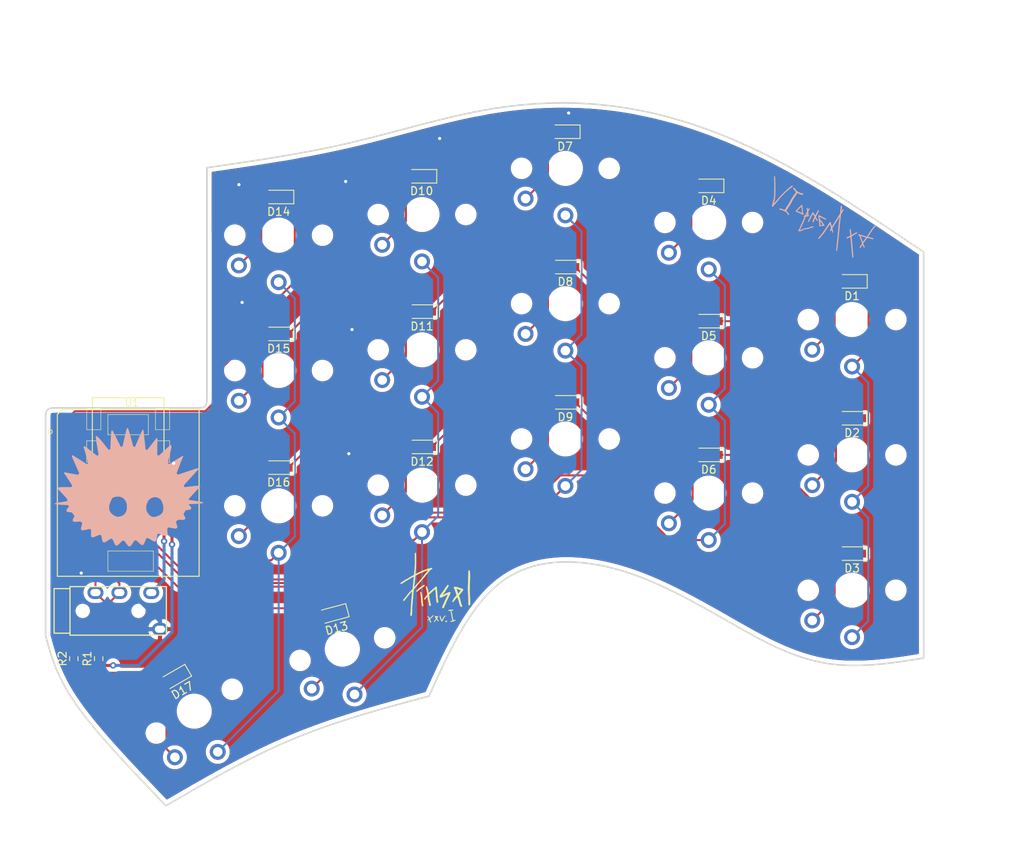
<source format=kicad_pcb>
(kicad_pcb (version 20171130) (host pcbnew 5.1.9)
  (layers (0 F.Cu signal) (31 B.Cu signal) (34 B.Paste user) (35 F.Paste user) (36 B.SilkS user) (37 F.SilkS user) (38 B.Mask user) (39 F.Mask user) (44 Edge.Cuts user))
  (net 0 "")
  (net 1 "Net-(D1-Pad2)")
  (net 2 row0)
  (net 3 "Net-(D2-Pad2)")
  (net 4 row1)
  (net 5 "Net-(D3-Pad2)")
  (net 6 row2)
  (net 7 "Net-(D4-Pad2)")
  (net 8 "Net-(D5-Pad2)")
  (net 9 "Net-(D6-Pad2)")
  (net 10 "Net-(D7-Pad2)")
  (net 11 "Net-(D8-Pad2)")
  (net 12 "Net-(D9-Pad2)")
  (net 13 "Net-(D10-Pad2)")
  (net 14 "Net-(D11-Pad2)")
  (net 15 "Net-(D12-Pad2)")
  (net 16 "Net-(D13-Pad2)")
  (net 17 row3)
  (net 18 "Net-(D14-Pad2)")
  (net 19 "Net-(D15-Pad2)")
  (net 20 "Net-(D16-Pad2)")
  (net 21 "Net-(D17-Pad2)")
  (net 22 sda)
  (net 23 scl)
  (net 24 +5V)
  (net 25 GND)
  (net 26 col0)
  (net 27 col1)
  (net 28 col2)
  (net 29 col3)
  (net 30 col4)
  (net 31 +3V3)
  (net 32 "Net-(U1-Pad20)")
  (net 33 "Net-(U1-Pad19)")
  (net 34 "Net-(U1-Pad18)")
  (net 35 "Net-(U1-Pad17)")
  (net 36 "Net-(U1-Pad16)")
  (net 37 "Net-(U1-Pad15)")
  (module graphics:corro_eyes (layer B.Cu) (at 94.6 107.2 180)
    (fp_text reference G*** hide)
    (fp_text value LOGO hide)
  )
  (module graphics:corro_head (layer B.Cu) (at 94.6 107.2 180)
    (fp_text reference G*** hide)
    (fp_text value LOGO hide)
  )
  (module mbk:Choc-1u-solder (layer F.Cu) (at 167.39 73.95)
    (fp_text reference MX4)
    (fp_text value MX-NoLED hide)
    (pad 1 thru_hole circle (at 0 5.9 180) (size 2 2) (drill 1.2) (layers *.Cu *.Mask) (net 27 col1))
    (pad 2 thru_hole circle (at -5 3.8 41.9) (size 2 2) (drill 1.2) (layers *.Cu *.Mask) (net 7 "Net-(D4-Pad2)"))
    (pad "" np_thru_hole circle (at -5.5 0 180) (size 1.7 1.7) (drill 1.7) (layers *.Cu *.Mask))
    (pad "" np_thru_hole circle (at 5.5 0 180) (size 1.7 1.7) (drill 1.7) (layers *.Cu *.Mask))
    (pad "" np_thru_hole circle (at 0 0 90) (size 3.4 3.4) (drill 3.4) (layers *.Cu *.Mask))
  )
  (module graphics:mangoiv (layer B.Cu) (at 180.8 77.2 240)
    (fp_text reference G*** hide)
    (fp_text value LOGO hide)
  )
  (module graphics:logo (layer F.Cu) (at 138 124.6 270)
    (fp_text reference G*** hide)
    (fp_text value LOGO hide)
  )
  (module "Seeeduino XIAO KICAD:Seeeduino XIAO-MOUDLE14P-2.54-21X17.8MM" (layer F.Cu) (at 85.6 118.4)
    (fp_text reference U1 (at 9.3345 -21.7805 180) (layer F.SilkS) (effects (font (size 0.889 0.889) (thickness 0.1016))))
    (fp_text value SeeeduinoXIAO (at 8.89 -10.795 180) (layer F.SilkS) (effects (font (size 0.6096 0.6096) (thickness 0.0762))))
    (pad 20 smd circle (at 10.238803 -16.264187 90) (size 1.143 1.143) (layers F.Cu F.Paste F.Mask) (net 32 "Net-(U1-Pad20)"))
    (pad 19 smd circle (at 7.698803 -16.264187 90) (size 1.143 1.143) (layers F.Cu F.Paste F.Mask) (net 33 "Net-(U1-Pad19)"))
    (pad 18 smd circle (at 10.238803 -18.804187 90) (size 1.143 1.143) (layers F.Cu F.Paste F.Mask) (net 34 "Net-(U1-Pad18)"))
    (pad 17 smd circle (at 7.698803 -18.804187 90) (size 1.143 1.143) (layers F.Cu F.Paste F.Mask) (net 35 "Net-(U1-Pad17)"))
    (pad 16 smd oval (at 10.25 -1.8 90) (size 2.032 1.016) (layers F.Cu F.Paste F.Mask) (net 36 "Net-(U1-Pad16)"))
    (pad 15 smd oval (at 7.7 -1.8 90) (size 2.032 1.016) (layers F.Cu F.Paste F.Mask) (net 37 "Net-(U1-Pad15)"))
    (pad 1 smd oval (at 0.83312 -18.11782) (size 2.74828 1.99898) (layers F.Cu F.Paste F.Mask) (net 26 col0))
    (pad 2 smd oval (at 0.83312 -15.57782) (size 2.74828 1.99898) (layers F.Cu F.Paste F.Mask) (net 27 col1))
    (pad 3 smd oval (at 0.83312 -13.03782) (size 2.74828 1.99898) (layers F.Cu F.Paste F.Mask) (net 28 col2))
    (pad 4 smd oval (at 0.83312 -10.49782) (size 2.74828 1.99898) (layers F.Cu F.Paste F.Mask) (net 29 col3))
    (pad 5 smd oval (at 0.83312 -7.95782) (size 2.74828 1.99898) (layers F.Cu F.Paste F.Mask) (net 22 sda))
    (pad 6 smd oval (at 0.83312 -5.41782) (size 2.74828 1.99898) (layers F.Cu F.Paste F.Mask) (net 23 scl))
    (pad 7 smd oval (at 0.83312 -2.87782) (size 2.74828 1.99898) (layers F.Cu F.Paste F.Mask) (net 17 row3))
    (pad 8 smd oval (at 16.99768 -2.87782) (size 2.74828 1.99898) (layers F.Cu F.Paste F.Mask) (net 30 col4))
    (pad 9 smd oval (at 16.99768 -5.41782) (size 2.74828 1.99898) (layers F.Cu F.Paste F.Mask) (net 6 row2))
    (pad 10 smd oval (at 16.99768 -7.95782) (size 2.74828 1.99898) (layers F.Cu F.Paste F.Mask) (net 4 row1))
    (pad 11 smd oval (at 16.99768 -10.49782) (size 2.74828 1.99898) (layers F.Cu F.Paste F.Mask) (net 2 row0))
    (pad 12 smd oval (at 16.99768 -13.03782) (size 2.74828 1.99898) (layers F.Cu F.Paste F.Mask) (net 31 +3V3))
    (pad 13 smd oval (at 16.99768 -15.57782) (size 2.74828 1.99898) (layers F.Cu F.Paste F.Mask) (net 25 GND))
    (pad 14 smd oval (at 16.99768 -18.11782) (size 2.74828 1.99898) (layers F.Cu F.Paste F.Mask) (net 24 +5V))
  )
  (module Resistor_SMD:R_0603_1608Metric_Pad0.98x0.95mm_HandSolder (layer F.Cu) (at 87.67 128.75 90)
    (fp_text reference R2 (at 0 -1.43 90) (layer F.SilkS))
    (fp_text value 4.7k)
    (pad 2 smd roundrect (at 0.9125 0 90) (size 0.975 0.95) (layers F.Cu F.Paste F.Mask) (net 23 scl))
    (pad 1 smd roundrect (at -0.9125 0 90) (size 0.975 0.95) (layers F.Cu F.Paste F.Mask) (net 31 +3V3))
  )
  (module Resistor_SMD:R_0603_1608Metric_Pad0.98x0.95mm_HandSolder (layer F.Cu) (at 90.79 128.75 90)
    (fp_text reference R1 (at 0 -1.43 90) (layer F.SilkS))
    (fp_text value 4.7k)
    (pad 2 smd roundrect (at 0.9125 0 90) (size 0.975 0.95) (layers F.Cu F.Paste F.Mask) (net 22 sda))
    (pad 1 smd roundrect (at -0.9125 0 90) (size 0.975 0.95) (layers F.Cu F.Paste F.Mask) (net 31 +3V3))
  )
  (module mbk:Choc-1u-solder (layer F.Cu) (at 102.79 135.35 30)
    (fp_text reference MX17)
    (fp_text value MX-NoLED hide)
    (pad 1 thru_hole circle (at 0 5.9 210) (size 2 2) (drill 1.2) (layers *.Cu *.Mask) (net 30 col4))
    (pad 2 thru_hole circle (at -5 3.8 71.9) (size 2 2) (drill 1.2) (layers *.Cu *.Mask) (net 21 "Net-(D17-Pad2)"))
    (pad "" np_thru_hole circle (at -5.5 0 210) (size 1.7 1.7) (drill 1.7) (layers *.Cu *.Mask))
    (pad "" np_thru_hole circle (at 5.5 0 210) (size 1.7 1.7) (drill 1.7) (layers *.Cu *.Mask))
    (pad "" np_thru_hole circle (at 0 0 120) (size 3.4 3.4) (drill 3.4) (layers *.Cu *.Mask))
  )
  (module mbk:Choc-1u-solder (layer F.Cu) (at 113.39 109.55)
    (fp_text reference MX16)
    (fp_text value MX-NoLED hide)
    (pad 1 thru_hole circle (at 0 5.9 180) (size 2 2) (drill 1.2) (layers *.Cu *.Mask) (net 30 col4))
    (pad 2 thru_hole circle (at -5 3.8 41.9) (size 2 2) (drill 1.2) (layers *.Cu *.Mask) (net 20 "Net-(D16-Pad2)"))
    (pad "" np_thru_hole circle (at -5.5 0 180) (size 1.7 1.7) (drill 1.7) (layers *.Cu *.Mask))
    (pad "" np_thru_hole circle (at 5.5 0 180) (size 1.7 1.7) (drill 1.7) (layers *.Cu *.Mask))
    (pad "" np_thru_hole circle (at 0 0 90) (size 3.4 3.4) (drill 3.4) (layers *.Cu *.Mask))
  )
  (module mbk:Choc-1u-solder (layer F.Cu) (at 113.39 92.55)
    (fp_text reference MX15)
    (fp_text value MX-NoLED hide)
    (pad 1 thru_hole circle (at 0 5.9 180) (size 2 2) (drill 1.2) (layers *.Cu *.Mask) (net 30 col4))
    (pad 2 thru_hole circle (at -5 3.8 41.9) (size 2 2) (drill 1.2) (layers *.Cu *.Mask) (net 19 "Net-(D15-Pad2)"))
    (pad "" np_thru_hole circle (at -5.5 0 180) (size 1.7 1.7) (drill 1.7) (layers *.Cu *.Mask))
    (pad "" np_thru_hole circle (at 5.5 0 180) (size 1.7 1.7) (drill 1.7) (layers *.Cu *.Mask))
    (pad "" np_thru_hole circle (at 0 0 90) (size 3.4 3.4) (drill 3.4) (layers *.Cu *.Mask))
  )
  (module mbk:Choc-1u-solder (layer F.Cu) (at 113.39 75.55)
    (fp_text reference MX14)
    (fp_text value MX-NoLED hide)
    (pad 1 thru_hole circle (at 0 5.9 180) (size 2 2) (drill 1.2) (layers *.Cu *.Mask) (net 30 col4))
    (pad 2 thru_hole circle (at -5 3.8 41.9) (size 2 2) (drill 1.2) (layers *.Cu *.Mask) (net 18 "Net-(D14-Pad2)"))
    (pad "" np_thru_hole circle (at -5.5 0 180) (size 1.7 1.7) (drill 1.7) (layers *.Cu *.Mask))
    (pad "" np_thru_hole circle (at 5.5 0 180) (size 1.7 1.7) (drill 1.7) (layers *.Cu *.Mask))
    (pad "" np_thru_hole circle (at 0 0 90) (size 3.4 3.4) (drill 3.4) (layers *.Cu *.Mask))
  )
  (module mbk:Choc-1u-solder (layer F.Cu) (at 121.39 127.55 15)
    (fp_text reference MX13)
    (fp_text value MX-NoLED hide)
    (pad 1 thru_hole circle (at 0 5.9 195) (size 2 2) (drill 1.2) (layers *.Cu *.Mask) (net 29 col3))
    (pad 2 thru_hole circle (at -5 3.8 56.9) (size 2 2) (drill 1.2) (layers *.Cu *.Mask) (net 16 "Net-(D13-Pad2)"))
    (pad "" np_thru_hole circle (at -5.5 0 195) (size 1.7 1.7) (drill 1.7) (layers *.Cu *.Mask))
    (pad "" np_thru_hole circle (at 5.5 0 195) (size 1.7 1.7) (drill 1.7) (layers *.Cu *.Mask))
    (pad "" np_thru_hole circle (at 0 0 105) (size 3.4 3.4) (drill 3.4) (layers *.Cu *.Mask))
  )
  (module mbk:Choc-1u-solder (layer F.Cu) (at 131.39 106.95)
    (fp_text reference MX12)
    (fp_text value MX-NoLED hide)
    (pad 1 thru_hole circle (at 0 5.9 180) (size 2 2) (drill 1.2) (layers *.Cu *.Mask) (net 29 col3))
    (pad 2 thru_hole circle (at -5 3.8 41.9) (size 2 2) (drill 1.2) (layers *.Cu *.Mask) (net 15 "Net-(D12-Pad2)"))
    (pad "" np_thru_hole circle (at -5.5 0 180) (size 1.7 1.7) (drill 1.7) (layers *.Cu *.Mask))
    (pad "" np_thru_hole circle (at 5.5 0 180) (size 1.7 1.7) (drill 1.7) (layers *.Cu *.Mask))
    (pad "" np_thru_hole circle (at 0 0 90) (size 3.4 3.4) (drill 3.4) (layers *.Cu *.Mask))
  )
  (module mbk:Choc-1u-solder (layer F.Cu) (at 131.39 89.95)
    (fp_text reference MX11)
    (fp_text value MX-NoLED hide)
    (pad 1 thru_hole circle (at 0 5.9 180) (size 2 2) (drill 1.2) (layers *.Cu *.Mask) (net 29 col3))
    (pad 2 thru_hole circle (at -5 3.8 41.9) (size 2 2) (drill 1.2) (layers *.Cu *.Mask) (net 14 "Net-(D11-Pad2)"))
    (pad "" np_thru_hole circle (at -5.5 0 180) (size 1.7 1.7) (drill 1.7) (layers *.Cu *.Mask))
    (pad "" np_thru_hole circle (at 5.5 0 180) (size 1.7 1.7) (drill 1.7) (layers *.Cu *.Mask))
    (pad "" np_thru_hole circle (at 0 0 90) (size 3.4 3.4) (drill 3.4) (layers *.Cu *.Mask))
  )
  (module mbk:Choc-1u-solder (layer F.Cu) (at 131.39 72.95)
    (fp_text reference MX10)
    (fp_text value MX-NoLED hide)
    (pad 1 thru_hole circle (at 0 5.9 180) (size 2 2) (drill 1.2) (layers *.Cu *.Mask) (net 29 col3))
    (pad 2 thru_hole circle (at -5 3.8 41.9) (size 2 2) (drill 1.2) (layers *.Cu *.Mask) (net 13 "Net-(D10-Pad2)"))
    (pad "" np_thru_hole circle (at -5.5 0 180) (size 1.7 1.7) (drill 1.7) (layers *.Cu *.Mask))
    (pad "" np_thru_hole circle (at 5.5 0 180) (size 1.7 1.7) (drill 1.7) (layers *.Cu *.Mask))
    (pad "" np_thru_hole circle (at 0 0 90) (size 3.4 3.4) (drill 3.4) (layers *.Cu *.Mask))
  )
  (module mbk:Choc-1u-solder (layer F.Cu) (at 149.39 101.15)
    (fp_text reference MX9)
    (fp_text value MX-NoLED hide)
    (pad 1 thru_hole circle (at 0 5.9 180) (size 2 2) (drill 1.2) (layers *.Cu *.Mask) (net 28 col2))
    (pad 2 thru_hole circle (at -5 3.8 41.9) (size 2 2) (drill 1.2) (layers *.Cu *.Mask) (net 12 "Net-(D9-Pad2)"))
    (pad "" np_thru_hole circle (at -5.5 0 180) (size 1.7 1.7) (drill 1.7) (layers *.Cu *.Mask))
    (pad "" np_thru_hole circle (at 5.5 0 180) (size 1.7 1.7) (drill 1.7) (layers *.Cu *.Mask))
    (pad "" np_thru_hole circle (at 0 0 90) (size 3.4 3.4) (drill 3.4) (layers *.Cu *.Mask))
  )
  (module mbk:Choc-1u-solder (layer F.Cu) (at 149.39 84.15)
    (fp_text reference MX8)
    (fp_text value MX-NoLED hide)
    (pad 1 thru_hole circle (at 0 5.9 180) (size 2 2) (drill 1.2) (layers *.Cu *.Mask) (net 28 col2))
    (pad 2 thru_hole circle (at -5 3.8 41.9) (size 2 2) (drill 1.2) (layers *.Cu *.Mask) (net 11 "Net-(D8-Pad2)"))
    (pad "" np_thru_hole circle (at -5.5 0 180) (size 1.7 1.7) (drill 1.7) (layers *.Cu *.Mask))
    (pad "" np_thru_hole circle (at 5.5 0 180) (size 1.7 1.7) (drill 1.7) (layers *.Cu *.Mask))
    (pad "" np_thru_hole circle (at 0 0 90) (size 3.4 3.4) (drill 3.4) (layers *.Cu *.Mask))
  )
  (module mbk:Choc-1u-solder (layer F.Cu) (at 149.39 67.15)
    (fp_text reference MX7)
    (fp_text value MX-NoLED hide)
    (pad 1 thru_hole circle (at 0 5.9 180) (size 2 2) (drill 1.2) (layers *.Cu *.Mask) (net 28 col2))
    (pad 2 thru_hole circle (at -5 3.8 41.9) (size 2 2) (drill 1.2) (layers *.Cu *.Mask) (net 10 "Net-(D7-Pad2)"))
    (pad "" np_thru_hole circle (at -5.5 0 180) (size 1.7 1.7) (drill 1.7) (layers *.Cu *.Mask))
    (pad "" np_thru_hole circle (at 5.5 0 180) (size 1.7 1.7) (drill 1.7) (layers *.Cu *.Mask))
    (pad "" np_thru_hole circle (at 0 0 90) (size 3.4 3.4) (drill 3.4) (layers *.Cu *.Mask))
  )
  (module mbk:Choc-1u-solder (layer F.Cu) (at 167.39 107.95)
    (fp_text reference MX6)
    (fp_text value MX-NoLED hide)
    (pad 1 thru_hole circle (at 0 5.9 180) (size 2 2) (drill 1.2) (layers *.Cu *.Mask) (net 27 col1))
    (pad 2 thru_hole circle (at -5 3.8 41.9) (size 2 2) (drill 1.2) (layers *.Cu *.Mask) (net 9 "Net-(D6-Pad2)"))
    (pad "" np_thru_hole circle (at -5.5 0 180) (size 1.7 1.7) (drill 1.7) (layers *.Cu *.Mask))
    (pad "" np_thru_hole circle (at 5.5 0 180) (size 1.7 1.7) (drill 1.7) (layers *.Cu *.Mask))
    (pad "" np_thru_hole circle (at 0 0 90) (size 3.4 3.4) (drill 3.4) (layers *.Cu *.Mask))
  )
  (module mbk:Choc-1u-solder (layer F.Cu) (at 167.39 90.95)
    (fp_text reference MX5)
    (fp_text value MX-NoLED hide)
    (pad 1 thru_hole circle (at 0 5.9 180) (size 2 2) (drill 1.2) (layers *.Cu *.Mask) (net 27 col1))
    (pad 2 thru_hole circle (at -5 3.8 41.9) (size 2 2) (drill 1.2) (layers *.Cu *.Mask) (net 8 "Net-(D5-Pad2)"))
    (pad "" np_thru_hole circle (at -5.5 0 180) (size 1.7 1.7) (drill 1.7) (layers *.Cu *.Mask))
    (pad "" np_thru_hole circle (at 5.5 0 180) (size 1.7 1.7) (drill 1.7) (layers *.Cu *.Mask))
    (pad "" np_thru_hole circle (at 0 0 90) (size 3.4 3.4) (drill 3.4) (layers *.Cu *.Mask))
  )
  (module mbk:Choc-1u-solder (layer F.Cu) (at 185.39 120.15)
    (fp_text reference MX3)
    (fp_text value MX-NoLED hide)
    (pad 1 thru_hole circle (at 0 5.9 180) (size 2 2) (drill 1.2) (layers *.Cu *.Mask) (net 26 col0))
    (pad 2 thru_hole circle (at -5 3.8 41.9) (size 2 2) (drill 1.2) (layers *.Cu *.Mask) (net 5 "Net-(D3-Pad2)"))
    (pad "" np_thru_hole circle (at -5.5 0 180) (size 1.7 1.7) (drill 1.7) (layers *.Cu *.Mask))
    (pad "" np_thru_hole circle (at 5.5 0 180) (size 1.7 1.7) (drill 1.7) (layers *.Cu *.Mask))
    (pad "" np_thru_hole circle (at 0 0 90) (size 3.4 3.4) (drill 3.4) (layers *.Cu *.Mask))
  )
  (module mbk:Choc-1u-solder (layer F.Cu) (at 185.39 103.15)
    (fp_text reference MX2)
    (fp_text value MX-NoLED hide)
    (pad 1 thru_hole circle (at 0 5.9 180) (size 2 2) (drill 1.2) (layers *.Cu *.Mask) (net 26 col0))
    (pad 2 thru_hole circle (at -5 3.8 41.9) (size 2 2) (drill 1.2) (layers *.Cu *.Mask) (net 3 "Net-(D2-Pad2)"))
    (pad "" np_thru_hole circle (at -5.5 0 180) (size 1.7 1.7) (drill 1.7) (layers *.Cu *.Mask))
    (pad "" np_thru_hole circle (at 5.5 0 180) (size 1.7 1.7) (drill 1.7) (layers *.Cu *.Mask))
    (pad "" np_thru_hole circle (at 0 0 90) (size 3.4 3.4) (drill 3.4) (layers *.Cu *.Mask))
  )
  (module mbk:Choc-1u-solder (layer F.Cu) (at 185.39 86.15)
    (fp_text reference MX1)
    (fp_text value MX-NoLED hide)
    (pad 1 thru_hole circle (at 0 5.9 180) (size 2 2) (drill 1.2) (layers *.Cu *.Mask) (net 26 col0))
    (pad 2 thru_hole circle (at -5 3.8 41.9) (size 2 2) (drill 1.2) (layers *.Cu *.Mask) (net 1 "Net-(D1-Pad2)"))
    (pad "" np_thru_hole circle (at -5.5 0 180) (size 1.7 1.7) (drill 1.7) (layers *.Cu *.Mask))
    (pad "" np_thru_hole circle (at 5.5 0 180) (size 1.7 1.7) (drill 1.7) (layers *.Cu *.Mask))
    (pad "" np_thru_hole circle (at 0 0 90) (size 3.4 3.4) (drill 3.4) (layers *.Cu *.Mask))
  )
  (module Keebio-Parts:TRRS-PJ-320A (layer F.Cu) (at 87.19 122.75 90)
    (fp_text reference J1)
    (fp_text value Conn_01x04)
    (pad 3 thru_hole oval (at 2.3 6.2 90) (size 1.6 2) (drill oval 0.9 1.3) (layers *.Cu *.Mask) (net 22 sda))
    (pad "" np_thru_hole circle (at 0 1.6 90) (size 0.8 0.8) (drill 0.8) (layers *.Cu *.Mask))
    (pad "" np_thru_hole circle (at 0 8.6 90) (size 0.8 0.8) (drill 0.8) (layers *.Cu *.Mask))
    (pad 4 thru_hole oval (at 2.3 3.2 90) (size 1.6 2) (drill oval 0.9 1.3) (layers *.Cu *.Mask) (net 23 scl))
    (pad 2 thru_hole oval (at 2.3 10.2 90) (size 1.6 2) (drill oval 0.9 1.3) (layers *.Cu *.Mask) (net 24 +5V))
    (pad 1 thru_hole oval (at -2.3 11.3 90) (size 1.6 2) (drill oval 0.9 1.3) (layers *.Cu *.Mask) (net 25 GND))
  )
  (module Diode_SMD:D_SOD-323_HandSoldering (layer F.Cu) (at 100.39 131.15 210)
    (fp_text reference D17 (at 0 -1.85 30) (layer F.SilkS))
    (fp_text value D_Small)
    (pad 2 smd rect (at 1.25 0 210) (size 1 1) (layers F.Cu F.Paste F.Mask) (net 21 "Net-(D17-Pad2)"))
    (pad 1 smd rect (at -1.25 0 210) (size 1 1) (layers F.Cu F.Paste F.Mask) (net 17 row3))
  )
  (module Diode_SMD:D_SOD-323_HandSoldering (layer F.Cu) (at 113.39 104.75 180)
    (fp_text reference D16 (at 0 -1.85) (layer F.SilkS))
    (fp_text value D_Small)
    (pad 2 smd rect (at 1.25 0 180) (size 1 1) (layers F.Cu F.Paste F.Mask) (net 20 "Net-(D16-Pad2)"))
    (pad 1 smd rect (at -1.25 0 180) (size 1 1) (layers F.Cu F.Paste F.Mask) (net 6 row2))
  )
  (module Diode_SMD:D_SOD-323_HandSoldering (layer F.Cu) (at 113.39 87.95 180)
    (fp_text reference D15 (at 0 -1.85) (layer F.SilkS))
    (fp_text value D_Small)
    (pad 2 smd rect (at 1.25 0 180) (size 1 1) (layers F.Cu F.Paste F.Mask) (net 19 "Net-(D15-Pad2)"))
    (pad 1 smd rect (at -1.25 0 180) (size 1 1) (layers F.Cu F.Paste F.Mask) (net 4 row1))
  )
  (module Diode_SMD:D_SOD-323_HandSoldering (layer F.Cu) (at 113.39 70.75 180)
    (fp_text reference D14 (at 0 -1.85) (layer F.SilkS))
    (fp_text value D_Small)
    (pad 2 smd rect (at 1.25 0 180) (size 1 1) (layers F.Cu F.Paste F.Mask) (net 18 "Net-(D14-Pad2)"))
    (pad 1 smd rect (at -1.25 0 180) (size 1 1) (layers F.Cu F.Paste F.Mask) (net 2 row0))
  )
  (module Diode_SMD:D_SOD-323_HandSoldering (layer F.Cu) (at 120.19 123.15 195)
    (fp_text reference D13 (at 0 -1.85 15) (layer F.SilkS))
    (fp_text value D_Small)
    (pad 2 smd rect (at 1.25 0 195) (size 1 1) (layers F.Cu F.Paste F.Mask) (net 16 "Net-(D13-Pad2)"))
    (pad 1 smd rect (at -1.25 0 195) (size 1 1) (layers F.Cu F.Paste F.Mask) (net 17 row3))
  )
  (module Diode_SMD:D_SOD-323_HandSoldering (layer F.Cu) (at 131.39 102.15 180)
    (fp_text reference D12 (at 0 -1.85) (layer F.SilkS))
    (fp_text value D_Small)
    (pad 2 smd rect (at 1.25 0 180) (size 1 1) (layers F.Cu F.Paste F.Mask) (net 15 "Net-(D12-Pad2)"))
    (pad 1 smd rect (at -1.25 0 180) (size 1 1) (layers F.Cu F.Paste F.Mask) (net 6 row2))
  )
  (module Diode_SMD:D_SOD-323_HandSoldering (layer F.Cu) (at 131.39 85.15 180)
    (fp_text reference D11 (at 0 -1.85) (layer F.SilkS))
    (fp_text value D_Small)
    (pad 2 smd rect (at 1.25 0 180) (size 1 1) (layers F.Cu F.Paste F.Mask) (net 14 "Net-(D11-Pad2)"))
    (pad 1 smd rect (at -1.25 0 180) (size 1 1) (layers F.Cu F.Paste F.Mask) (net 4 row1))
  )
  (module Diode_SMD:D_SOD-323_HandSoldering (layer F.Cu) (at 131.34 68.15 180)
    (fp_text reference D10 (at 0 -1.85) (layer F.SilkS))
    (fp_text value D_Small)
    (pad 2 smd rect (at 1.25 0 180) (size 1 1) (layers F.Cu F.Paste F.Mask) (net 13 "Net-(D10-Pad2)"))
    (pad 1 smd rect (at -1.25 0 180) (size 1 1) (layers F.Cu F.Paste F.Mask) (net 2 row0))
  )
  (module Diode_SMD:D_SOD-323_HandSoldering (layer F.Cu) (at 149.39 96.55 180)
    (fp_text reference D9 (at 0 -1.85) (layer F.SilkS))
    (fp_text value D_Small)
    (pad 2 smd rect (at 1.25 0 180) (size 1 1) (layers F.Cu F.Paste F.Mask) (net 12 "Net-(D9-Pad2)"))
    (pad 1 smd rect (at -1.25 0 180) (size 1 1) (layers F.Cu F.Paste F.Mask) (net 6 row2))
  )
  (module Diode_SMD:D_SOD-323_HandSoldering (layer F.Cu) (at 149.39 79.55 180)
    (fp_text reference D8 (at 0 -1.85) (layer F.SilkS))
    (fp_text value D_Small)
    (pad 2 smd rect (at 1.25 0 180) (size 1 1) (layers F.Cu F.Paste F.Mask) (net 11 "Net-(D8-Pad2)"))
    (pad 1 smd rect (at -1.25 0 180) (size 1 1) (layers F.Cu F.Paste F.Mask) (net 4 row1))
  )
  (module Diode_SMD:D_SOD-323_HandSoldering (layer F.Cu) (at 149.34 62.55 180)
    (fp_text reference D7 (at 0 -1.85) (layer F.SilkS))
    (fp_text value D_Small)
    (pad 2 smd rect (at 1.25 0 180) (size 1 1) (layers F.Cu F.Paste F.Mask) (net 10 "Net-(D7-Pad2)"))
    (pad 1 smd rect (at -1.25 0 180) (size 1 1) (layers F.Cu F.Paste F.Mask) (net 2 row0))
  )
  (module Diode_SMD:D_SOD-323_HandSoldering (layer F.Cu) (at 167.39 103.15 180)
    (fp_text reference D6 (at 0 -1.85) (layer F.SilkS))
    (fp_text value D_Small)
    (pad 2 smd rect (at 1.25 0 180) (size 1 1) (layers F.Cu F.Paste F.Mask) (net 9 "Net-(D6-Pad2)"))
    (pad 1 smd rect (at -1.25 0 180) (size 1 1) (layers F.Cu F.Paste F.Mask) (net 6 row2))
  )
  (module Diode_SMD:D_SOD-323_HandSoldering (layer F.Cu) (at 167.39 86.35 180)
    (fp_text reference D5 (at 0 -1.85) (layer F.SilkS))
    (fp_text value D_Small)
    (pad 2 smd rect (at 1.25 0 180) (size 1 1) (layers F.Cu F.Paste F.Mask) (net 8 "Net-(D5-Pad2)"))
    (pad 1 smd rect (at -1.25 0 180) (size 1 1) (layers F.Cu F.Paste F.Mask) (net 4 row1))
  )
  (module Diode_SMD:D_SOD-323_HandSoldering (layer F.Cu) (at 167.39 69.35 180)
    (fp_text reference D4 (at 0 -1.85) (layer F.SilkS))
    (fp_text value D_Small)
    (pad 2 smd rect (at 1.25 0 180) (size 1 1) (layers F.Cu F.Paste F.Mask) (net 7 "Net-(D4-Pad2)"))
    (pad 1 smd rect (at -1.25 0 180) (size 1 1) (layers F.Cu F.Paste F.Mask) (net 2 row0))
  )
  (module Diode_SMD:D_SOD-323_HandSoldering (layer F.Cu) (at 185.39 115.55 180)
    (fp_text reference D3 (at 0 -1.85) (layer F.SilkS))
    (fp_text value D_Small)
    (pad 2 smd rect (at 1.25 0 180) (size 1 1) (layers F.Cu F.Paste F.Mask) (net 5 "Net-(D3-Pad2)"))
    (pad 1 smd rect (at -1.25 0 180) (size 1 1) (layers F.Cu F.Paste F.Mask) (net 6 row2))
  )
  (module Diode_SMD:D_SOD-323_HandSoldering (layer F.Cu) (at 185.39 98.55 180)
    (fp_text reference D2 (at 0 -1.85) (layer F.SilkS))
    (fp_text value D_Small)
    (pad 2 smd rect (at 1.25 0 180) (size 1 1) (layers F.Cu F.Paste F.Mask) (net 3 "Net-(D2-Pad2)"))
    (pad 1 smd rect (at -1.25 0 180) (size 1 1) (layers F.Cu F.Paste F.Mask) (net 4 row1))
  )
  (module Diode_SMD:D_SOD-323_HandSoldering (layer F.Cu) (at 185.39 81.35 180)
    (fp_text reference D1 (at 0 -1.85) (layer F.SilkS))
    (fp_text value D_Small)
    (pad 2 smd rect (at 1.25 0 180) (size 1 1) (layers F.Cu F.Paste F.Mask) (net 1 "Net-(D1-Pad2)"))
    (pad 1 smd rect (at -1.25 0 180) (size 1 1) (layers F.Cu F.Paste F.Mask) (net 2 row0))
  )
  (gr_curve (pts (xy 142.026427 118.633065) (xy 146.377876 115.802919) (xy 152.378085 116.136499) (xy 158.378144 118.336591)) (layer Edge.Cuts) (width 0.2))
  (gr_curve (pts (xy 104.214064 96.976157) (xy 104.049861 97.214985) (xy 103.721746 97.22833) (xy 103.393901 97.241668)) (layer Edge.Cuts) (width 0.2))
  (gr_curve (pts (xy 185.668699 129.604377) (xy 188.668851 129.604402) (xy 191.523288 129.137096) (xy 194.37808 128.66972)) (layer Edge.Cuts) (width 0.2))
  (gr_curve (pts (xy 158.377974 59.803097) (xy 152.377952 58.66986) (xy 146.377744 58.66986) (xy 140.377332 59.636401)) (layer Edge.Cuts) (width 0.2))
  (gr_curve (pts (xy 104.378265 95.807939) (xy 104.378265 96.272767) (xy 104.378265 96.737328) (xy 104.214064 96.976157)) (layer Edge.Cuts) (width 0.2))
  (gr_line (start 103.393898 97.241668) (end 85.499563 97.241668) (layer Edge.Cuts) (width 0.2))
  (gr_curve (pts (xy 174.950171 126.870082) (xy 179.522776 129.137024) (xy 182.668548 129.604341) (xy 185.668699 129.604377)) (layer Edge.Cuts) (width 0.2))
  (gr_curve (pts (xy 85.499563 97.241668) (xy 85.036665 97.241668) (xy 84.574027 97.241668) (xy 84.345483 97.506732)) (layer Edge.Cuts) (width 0.2))
  (gr_curve (pts (xy 88.035295 134.61411) (xy 90.552771 138.175393) (xy 94.892455 142.703675) (xy 99.232223 147.232043)) (layer Edge.Cuts) (width 0.2))
  (gr_curve (pts (xy 194.37808 77.669063) (xy 188.377693 73.602482) (xy 182.37737 69.535942) (xy 176.377364 66.36938)) (layer Edge.Cuts) (width 0.2))
  (gr_line (start 104.378263 67.069643) (end 104.378263 95.807939) (layer Edge.Cuts) (width 0.2))
  (gr_curve (pts (xy 84.345483 97.506732) (xy 84.116939 97.771796) (xy 84.122222 98.301645) (xy 84.127503 98.831241)) (layer Edge.Cuts) (width 0.2))
  (gr_curve (pts (xy 84.127503 125.864087) (xy 84.822686 128.458547) (xy 85.51782 131.052827) (xy 88.035295 134.61411)) (layer Edge.Cuts) (width 0.2))
  (gr_curve (pts (xy 176.377364 66.36938) (xy 170.377358 63.202815) (xy 164.377998 60.936333) (xy 158.377974 59.803097)) (layer Edge.Cuts) (width 0.2))
  (gr_curve (pts (xy 122.376758 63.935786) (xy 116.376806 65.33573) (xy 110.377448 66.2027) (xy 104.378265 67.069643)) (layer Edge.Cuts) (width 0.2))
  (gr_curve (pts (xy 140.377332 59.636401) (xy 134.376917 60.602943) (xy 128.376708 62.535844) (xy 122.376758 63.935786)) (layer Edge.Cuts) (width 0.2))
  (gr_line (start 194.37808 128.66972) (end 194.37808 77.669063) (layer Edge.Cuts) (width 0.2))
  (gr_curve (pts (xy 99.232223 147.232043) (xy 104.44907 144.190997) (xy 109.66623 141.149769) (xy 115.172582 138.8527)) (layer Edge.Cuts) (width 0.2))
  (gr_line (start 84.1275 98.831241) (end 84.1275 125.864087) (layer Edge.Cuts) (width 0.2))
  (gr_curve (pts (xy 158.378144 118.336591) (xy 164.378204 120.536681) (xy 170.377564 124.60314) (xy 174.950171 126.870082)) (layer Edge.Cuts) (width 0.2))
  (gr_curve (pts (xy 115.172582 138.8527) (xy 120.678936 136.555628) (xy 126.474253 135.002873) (xy 132.27 133.45)) (layer Edge.Cuts) (width 0.2))
  (gr_curve (pts (xy 132.27 133.45) (xy 134.972415 127.456766) (xy 137.674975 121.463212) (xy 142.026427 118.633065)) (layer Edge.Cuts) (width 0.2))
  (segment (start 183.2 87.14) (end 180.39 89.95) (width 0.25) (layer F.Cu) (net 1))
  (segment (start 183.2 82.29) (end 183.2 87.14) (width 0.25) (layer F.Cu) (net 1))
  (segment (start 184.14 81.35) (end 183.2 82.29) (width 0.25) (layer F.Cu) (net 1))
  (segment (start 118.065001 67.324999) (end 114.64 70.75) (width 0.25) (layer F.Cu) (net 2))
  (segment (start 131.764999 67.324999) (end 118.065001 67.324999) (width 0.25) (layer F.Cu) (net 2))
  (segment (start 132.59 68.15) (end 131.764999 67.324999) (width 0.25) (layer F.Cu) (net 2))
  (segment (start 139.015001 61.724999) (end 132.59 68.15) (width 0.25) (layer F.Cu) (net 2))
  (segment (start 149.764999 61.724999) (end 139.015001 61.724999) (width 0.25) (layer F.Cu) (net 2))
  (segment (start 150.59 62.55) (end 149.764999 61.724999) (width 0.25) (layer F.Cu) (net 2))
  (segment (start 161.84 62.55) (end 150.59 62.55) (width 0.25) (layer F.Cu) (net 2))
  (segment (start 168.64 69.35) (end 161.84 62.55) (width 0.25) (layer F.Cu) (net 2))
  (segment (start 174.64 69.35) (end 168.64 69.35) (width 0.25) (layer F.Cu) (net 2))
  (segment (start 186.64 81.35) (end 174.64 69.35) (width 0.25) (layer F.Cu) (net 2))
  (segment (start 105.85001 104.64985) (end 102.59768 107.90218) (width 0.25) (layer F.Cu) (net 2))
  (segment (start 115.415001 81.386001) (end 105.85001 90.950992) (width 0.25) (layer F.Cu) (net 2))
  (segment (start 115.415001 71.525001) (end 115.415001 81.386001) (width 0.25) (layer F.Cu) (net 2))
  (segment (start 114.64 70.75) (end 115.415001 71.525001) (width 0.25) (layer F.Cu) (net 2))
  (segment (start 105.85001 91.05001) (end 105.85001 104.64985) (width 0.25) (layer F.Cu) (net 2))
  (segment (start 105.85001 90.950992) (end 105.85001 91.05001) (width 0.25) (layer F.Cu) (net 2))
  (segment (start 183.364999 103.975001) (end 180.39 106.95) (width 0.25) (layer F.Cu) (net 3))
  (segment (start 183.364999 99.325001) (end 183.364999 103.975001) (width 0.25) (layer F.Cu) (net 3))
  (segment (start 184.14 98.55) (end 183.364999 99.325001) (width 0.25) (layer F.Cu) (net 3))
  (segment (start 174.44 86.35) (end 168.64 86.35) (width 0.25) (layer F.Cu) (net 4))
  (segment (start 186.64 98.55) (end 174.44 86.35) (width 0.25) (layer F.Cu) (net 4))
  (segment (start 139.065001 78.724999) (end 132.64 85.15) (width 0.25) (layer F.Cu) (net 4))
  (segment (start 149.814999 78.724999) (end 139.065001 78.724999) (width 0.25) (layer F.Cu) (net 4))
  (segment (start 150.64 79.55) (end 149.814999 78.724999) (width 0.25) (layer F.Cu) (net 4))
  (segment (start 118.265001 84.324999) (end 114.64 87.95) (width 0.25) (layer F.Cu) (net 4))
  (segment (start 131.814999 84.324999) (end 118.265001 84.324999) (width 0.25) (layer F.Cu) (net 4))
  (segment (start 132.64 85.15) (end 131.814999 84.324999) (width 0.25) (layer F.Cu) (net 4))
  (segment (start 106.30002 92.204978) (end 106.30002 106.73984) (width 0.25) (layer F.Cu) (net 4))
  (segment (start 106.30002 106.73984) (end 102.59768 110.44218) (width 0.25) (layer F.Cu) (net 4))
  (segment (start 111.379999 87.124999) (end 106.30002 92.204978) (width 0.25) (layer F.Cu) (net 4))
  (segment (start 113.814999 87.124999) (end 111.379999 87.124999) (width 0.25) (layer F.Cu) (net 4))
  (segment (start 114.64 87.95) (end 113.814999 87.124999) (width 0.25) (layer F.Cu) (net 4))
  (segment (start 163.49 81.2) (end 168.64 86.35) (width 0.25) (layer F.Cu) (net 4))
  (segment (start 152.29 81.2) (end 163.49 81.2) (width 0.25) (layer F.Cu) (net 4))
  (segment (start 150.64 79.55) (end 152.29 81.2) (width 0.25) (layer F.Cu) (net 4))
  (segment (start 183.2 121.14) (end 180.39 123.95) (width 0.25) (layer F.Cu) (net 5))
  (segment (start 183.2 116.49) (end 183.2 121.14) (width 0.25) (layer F.Cu) (net 5))
  (segment (start 184.14 115.55) (end 183.2 116.49) (width 0.25) (layer F.Cu) (net 5))
  (segment (start 118.065001 101.324999) (end 114.64 104.75) (width 0.25) (layer F.Cu) (net 6))
  (segment (start 131.814999 101.324999) (end 118.065001 101.324999) (width 0.25) (layer F.Cu) (net 6))
  (segment (start 132.64 102.15) (end 131.814999 101.324999) (width 0.25) (layer F.Cu) (net 6))
  (segment (start 139.065001 95.724999) (end 132.64 102.15) (width 0.25) (layer F.Cu) (net 6))
  (segment (start 149.814999 95.724999) (end 139.065001 95.724999) (width 0.25) (layer F.Cu) (net 6))
  (segment (start 150.64 96.55) (end 149.814999 95.724999) (width 0.25) (layer F.Cu) (net 6))
  (segment (start 186.64 115.161002) (end 186.64 115.55) (width 0.25) (layer F.Cu) (net 6))
  (segment (start 174.628998 103.15) (end 186.64 115.161002) (width 0.25) (layer F.Cu) (net 6))
  (segment (start 168.64 103.15) (end 174.628998 103.15) (width 0.25) (layer F.Cu) (net 6))
  (segment (start 113.814999 103.924999) (end 114.64 104.75) (width 0.25) (layer F.Cu) (net 6))
  (segment (start 111.379999 103.924999) (end 113.814999 103.924999) (width 0.25) (layer F.Cu) (net 6))
  (segment (start 102.59768 112.707318) (end 111.379999 103.924999) (width 0.25) (layer F.Cu) (net 6))
  (segment (start 102.59768 112.98218) (end 102.59768 112.707318) (width 0.25) (layer F.Cu) (net 6))
  (segment (start 152.29 98.2) (end 150.64 96.55) (width 0.25) (layer F.Cu) (net 6))
  (segment (start 163.69 98.2) (end 152.29 98.2) (width 0.25) (layer F.Cu) (net 6))
  (segment (start 168.64 103.15) (end 163.69 98.2) (width 0.25) (layer F.Cu) (net 6))
  (segment (start 165.2 74.94) (end 162.39 77.75) (width 0.25) (layer F.Cu) (net 7))
  (segment (start 165.2 70.29) (end 165.2 74.94) (width 0.25) (layer F.Cu) (net 7))
  (segment (start 166.14 69.35) (end 165.2 70.29) (width 0.25) (layer F.Cu) (net 7))
  (segment (start 165.2 91.94) (end 162.39 94.75) (width 0.25) (layer F.Cu) (net 8))
  (segment (start 165.2 87.29) (end 165.2 91.94) (width 0.25) (layer F.Cu) (net 8))
  (segment (start 166.14 86.35) (end 165.2 87.29) (width 0.25) (layer F.Cu) (net 8))
  (segment (start 165.364999 108.775001) (end 162.39 111.75) (width 0.25) (layer F.Cu) (net 9))
  (segment (start 165.364999 103.925001) (end 165.364999 108.775001) (width 0.25) (layer F.Cu) (net 9))
  (segment (start 166.14 103.15) (end 165.364999 103.925001) (width 0.25) (layer F.Cu) (net 9))
  (segment (start 147.2 68.14) (end 144.39 70.95) (width 0.25) (layer F.Cu) (net 10))
  (segment (start 147.2 63.44) (end 147.2 68.14) (width 0.25) (layer F.Cu) (net 10))
  (segment (start 148.09 62.55) (end 147.2 63.44) (width 0.25) (layer F.Cu) (net 10))
  (segment (start 147.2 85.14) (end 144.39 87.95) (width 0.25) (layer F.Cu) (net 11))
  (segment (start 147.2 80.49) (end 147.2 85.14) (width 0.25) (layer F.Cu) (net 11))
  (segment (start 148.14 79.55) (end 147.2 80.49) (width 0.25) (layer F.Cu) (net 11))
  (segment (start 147.2 102.14) (end 144.39 104.95) (width 0.25) (layer F.Cu) (net 12))
  (segment (start 147.2 97.49) (end 147.2 102.14) (width 0.25) (layer F.Cu) (net 12))
  (segment (start 148.14 96.55) (end 147.2 97.49) (width 0.25) (layer F.Cu) (net 12))
  (segment (start 129.364999 73.775001) (end 126.39 76.75) (width 0.25) (layer F.Cu) (net 13))
  (segment (start 129.364999 68.875001) (end 129.364999 73.775001) (width 0.25) (layer F.Cu) (net 13))
  (segment (start 130.09 68.15) (end 129.364999 68.875001) (width 0.25) (layer F.Cu) (net 13))
  (segment (start 129.364999 90.775001) (end 126.39 93.75) (width 0.25) (layer F.Cu) (net 14))
  (segment (start 129.364999 85.925001) (end 129.364999 90.775001) (width 0.25) (layer F.Cu) (net 14))
  (segment (start 130.14 85.15) (end 129.364999 85.925001) (width 0.25) (layer F.Cu) (net 14))
  (segment (start 129.364999 107.775001) (end 126.39 110.75) (width 0.25) (layer F.Cu) (net 15))
  (segment (start 129.364999 102.925001) (end 129.364999 107.775001) (width 0.25) (layer F.Cu) (net 15))
  (segment (start 130.14 102.15) (end 129.364999 102.925001) (width 0.25) (layer F.Cu) (net 15))
  (segment (start 118.982593 131.075903) (end 117.543883 132.514613) (width 0.25) (layer F.Cu) (net 16))
  (segment (start 118.982593 123.473524) (end 118.982593 131.075903) (width 0.25) (layer F.Cu) (net 16))
  (segment (start 109.579303 122.418229) (end 101.472532 130.525) (width 0.25) (layer F.Cu) (net 17))
  (segment (start 120.98916 122.418229) (end 109.579303 122.418229) (width 0.25) (layer F.Cu) (net 17))
  (segment (start 121.397407 122.826476) (end 120.98916 122.418229) (width 0.25) (layer F.Cu) (net 17))
  (segment (start 102.59768 129.399852) (end 101.472532 130.525) (width 0.25) (layer F.Cu) (net 17))
  (segment (start 86.79124 130.525) (end 101.472532 130.525) (width 0.25) (layer F.Cu) (net 17))
  (segment (start 86.43312 130.16688) (end 86.79124 130.525) (width 0.25) (layer F.Cu) (net 17))
  (segment (start 86.43312 115.52218) (end 86.43312 130.16688) (width 0.25) (layer F.Cu) (net 17))
  (segment (start 111.2 71.69) (end 111.2 76.54) (width 0.25) (layer F.Cu) (net 18))
  (segment (start 111.2 76.54) (end 108.39 79.35) (width 0.25) (layer F.Cu) (net 18))
  (segment (start 112.14 70.75) (end 111.2 71.69) (width 0.25) (layer F.Cu) (net 18))
  (segment (start 111.364999 93.375001) (end 108.39 96.35) (width 0.25) (layer F.Cu) (net 19))
  (segment (start 111.364999 88.725001) (end 111.364999 93.375001) (width 0.25) (layer F.Cu) (net 19))
  (segment (start 112.14 87.95) (end 111.364999 88.725001) (width 0.25) (layer F.Cu) (net 19))
  (segment (start 111 105.89) (end 111 110.74) (width 0.25) (layer F.Cu) (net 20))
  (segment (start 111 110.74) (end 108.39 113.35) (width 0.25) (layer F.Cu) (net 20))
  (segment (start 112.14 104.75) (end 111 105.89) (width 0.25) (layer F.Cu) (net 20))
  (segment (start 99.307468 140.088492) (end 100.359873 141.140897) (width 0.25) (layer F.Cu) (net 21))
  (segment (start 99.307468 131.775) (end 99.307468 140.088492) (width 0.25) (layer F.Cu) (net 21))
  (segment (start 89.2 113.20906) (end 86.43312 110.44218) (width 0.25) (layer F.Cu) (net 22))
  (segment (start 89.2 115.11265) (end 89.2 113.20906) (width 0.25) (layer F.Cu) (net 22))
  (segment (start 93.39 119.30265) (end 89.2 115.11265) (width 0.25) (layer F.Cu) (net 22))
  (segment (start 93.39 120.45) (end 93.39 119.30265) (width 0.25) (layer F.Cu) (net 22))
  (segment (start 92.4 121.44) (end 93.39 120.45) (width 0.25) (layer F.Cu) (net 22))
  (segment (start 92.4 125.2) (end 92.4 121.44) (width 0.25) (layer F.Cu) (net 22))
  (segment (start 90.79 126.81) (end 92.4 125.2) (width 0.25) (layer F.Cu) (net 22))
  (segment (start 90.79 127.8375) (end 90.79 126.81) (width 0.25) (layer F.Cu) (net 22))
  (segment (start 90.39 116.93906) (end 86.43312 112.98218) (width 0.25) (layer F.Cu) (net 23))
  (segment (start 90.39 120.45) (end 90.39 116.93906) (width 0.25) (layer F.Cu) (net 23))
  (segment (start 91.8 121.86) (end 90.39 120.45) (width 0.25) (layer F.Cu) (net 23))
  (segment (start 91.8 125) (end 91.8 121.86) (width 0.25) (layer F.Cu) (net 23))
  (segment (start 88.9625 127.8375) (end 91.8 125) (width 0.25) (layer F.Cu) (net 23))
  (segment (start 87.67 127.8375) (end 88.9625 127.8375) (width 0.25) (layer F.Cu) (net 23))
  (via (at 99 114) (size 0.8) (drill 0.4) (layers F.Cu B.Cu) (net 24))
  (segment (start 99 103.87986) (end 99 114) (width 0.381) (layer F.Cu) (net 24))
  (segment (start 102.59768 100.28218) (end 99 103.87986) (width 0.381) (layer F.Cu) (net 24))
  (segment (start 99 118.84) (end 97.39 120.45) (width 0.381) (layer B.Cu) (net 24))
  (segment (start 99 114) (end 99 118.84) (width 0.381) (layer B.Cu) (net 24))
  (via (at 100.2 104.2) (size 0.8) (drill 0.4) (layers F.Cu B.Cu) (net 25))
  (segment (start 101.21986 104.2) (end 102.59768 102.82218) (width 0.381) (layer F.Cu) (net 25))
  (segment (start 100.2 104.2) (end 101.21986 104.2) (width 0.381) (layer F.Cu) (net 25))
  (segment (start 95.2 120.8) (end 95.2 109.2) (width 0.381) (layer B.Cu) (net 25))
  (segment (start 95.2 109.2) (end 100.2 104.2) (width 0.381) (layer B.Cu) (net 25))
  (segment (start 98.49 124.09) (end 95.2 120.8) (width 0.381) (layer B.Cu) (net 25))
  (segment (start 98.49 125.05) (end 98.49 124.09) (width 0.381) (layer B.Cu) (net 25))
  (via (at 121.8 68.8) (size 0.8) (drill 0.4) (layers F.Cu B.Cu) (net 25))
  (via (at 122.6 87.4) (size 0.8) (drill 0.4) (layers F.Cu B.Cu) (net 25))
  (via (at 122.2 103) (size 0.8) (drill 0.4) (layers F.Cu B.Cu) (net 25))
  (via (at 149.8 60.2) (size 0.8) (drill 0.4) (layers F.Cu B.Cu) (net 25))
  (via (at 133.6 63.4) (size 0.8) (drill 0.4) (layers F.Cu B.Cu) (net 25))
  (via (at 108.4 69.2) (size 0.8) (drill 0.4) (layers F.Cu B.Cu) (net 25))
  (via (at 108.8 84) (size 0.8) (drill 0.4) (layers F.Cu B.Cu) (net 25))
  (via (at 88.6 118) (size 0.8) (drill 0.4) (layers F.Cu B.Cu) (net 25))
  (segment (start 187.415001 94.075001) (end 185.39 92.05) (width 0.25) (layer B.Cu) (net 26))
  (segment (start 187.415001 107.024999) (end 187.415001 94.075001) (width 0.25) (layer B.Cu) (net 26))
  (segment (start 185.39 109.05) (end 187.415001 107.024999) (width 0.25) (layer B.Cu) (net 26))
  (segment (start 187.415001 111.075001) (end 185.39 109.05) (width 0.25) (layer B.Cu) (net 26))
  (segment (start 187.415001 124.024999) (end 187.415001 111.075001) (width 0.25) (layer B.Cu) (net 26))
  (segment (start 185.39 126.05) (end 187.415001 124.024999) (width 0.25) (layer B.Cu) (net 26))
  (segment (start 187.465001 89.974999) (end 185.39 92.05) (width 0.25) (layer F.Cu) (net 26))
  (segment (start 187.465001 80.589999) (end 187.465001 89.974999) (width 0.25) (layer F.Cu) (net 26))
  (segment (start 175.774992 68.89999) (end 187.465001 80.589999) (width 0.25) (layer F.Cu) (net 26))
  (segment (start 169.465001 68.89999) (end 175.774992 68.89999) (width 0.25) (layer F.Cu) (net 26))
  (segment (start 86.43312 100.28218) (end 86.43312 99.03269) (width 0.25) (layer F.Cu) (net 26))
  (segment (start 86.43312 99.03269) (end 87.799132 97.666678) (width 0.25) (layer F.Cu) (net 26))
  (segment (start 87.799132 97.666678) (end 104.17052 97.666678) (width 0.25) (layer F.Cu) (net 26))
  (segment (start 114.504998 66.8) (end 133.30359 66.8) (width 0.25) (layer F.Cu) (net 26))
  (segment (start 133.30359 66.8) (end 138.828601 61.274989) (width 0.25) (layer F.Cu) (net 26))
  (segment (start 138.828601 61.274989) (end 161.274989 61.274989) (width 0.25) (layer F.Cu) (net 26))
  (segment (start 104.17052 97.666678) (end 105.4 96.437198) (width 0.25) (layer F.Cu) (net 26))
  (segment (start 105.4 96.437198) (end 105.4 75.904998) (width 0.25) (layer F.Cu) (net 26))
  (segment (start 105.4 75.904998) (end 114.504998 66.8) (width 0.25) (layer F.Cu) (net 26))
  (segment (start 161.274989 61.274989) (end 168.524999 68.524999) (width 0.25) (layer F.Cu) (net 26))
  (segment (start 169.465001 68.589999) (end 169.465001 68.89999) (width 0.25) (layer F.Cu) (net 26))
  (segment (start 168.524999 68.524999) (end 169.400001 68.524999) (width 0.25) (layer F.Cu) (net 26))
  (segment (start 169.400001 68.524999) (end 169.465001 68.589999) (width 0.25) (layer F.Cu) (net 26))
  (segment (start 169.415001 98.875001) (end 167.39 96.85) (width 0.25) (layer B.Cu) (net 27))
  (segment (start 169.415001 111.824999) (end 169.415001 98.875001) (width 0.25) (layer B.Cu) (net 27))
  (segment (start 167.39 113.85) (end 169.415001 111.824999) (width 0.25) (layer B.Cu) (net 27))
  (segment (start 169.415001 94.824999) (end 167.39 96.85) (width 0.25) (layer B.Cu) (net 27))
  (segment (start 169.415001 81.875001) (end 169.415001 94.824999) (width 0.25) (layer B.Cu) (net 27))
  (segment (start 167.39 79.85) (end 169.415001 81.875001) (width 0.25) (layer B.Cu) (net 27))
  (segment (start 154.403997 105.724999) (end 162.528998 113.85) (width 0.25) (layer F.Cu) (net 27))
  (segment (start 148.753999 105.724999) (end 154.403997 105.724999) (width 0.25) (layer F.Cu) (net 27))
  (segment (start 130.56359 110.4) (end 144.078998 110.4) (width 0.25) (layer F.Cu) (net 27))
  (segment (start 122.16359 118.8) (end 130.56359 110.4) (width 0.25) (layer F.Cu) (net 27))
  (segment (start 162.528998 113.85) (end 167.39 113.85) (width 0.25) (layer F.Cu) (net 27))
  (segment (start 144.078998 110.4) (end 148.753999 105.724999) (width 0.25) (layer F.Cu) (net 27))
  (segment (start 86.43312 102.82218) (end 102.41094 118.8) (width 0.25) (layer F.Cu) (net 27))
  (segment (start 102.41094 118.8) (end 122.16359 118.8) (width 0.25) (layer F.Cu) (net 27))
  (segment (start 151.415001 88.024999) (end 149.39 90.05) (width 0.25) (layer B.Cu) (net 28))
  (segment (start 151.415001 75.075001) (end 151.415001 88.024999) (width 0.25) (layer B.Cu) (net 28))
  (segment (start 149.39 73.05) (end 151.415001 75.075001) (width 0.25) (layer B.Cu) (net 28))
  (segment (start 151.415001 105.024999) (end 149.39 107.05) (width 0.25) (layer B.Cu) (net 28))
  (segment (start 151.415001 92.075001) (end 151.415001 105.024999) (width 0.25) (layer B.Cu) (net 28))
  (segment (start 149.39 90.05) (end 151.415001 92.075001) (width 0.25) (layer B.Cu) (net 28))
  (segment (start 130.6 111) (end 145.44 111) (width 0.25) (layer F.Cu) (net 28))
  (segment (start 101.945091 119.250011) (end 122.34999 119.250011) (width 0.25) (layer F.Cu) (net 28))
  (segment (start 122.34999 119.250011) (end 130.6 111) (width 0.25) (layer F.Cu) (net 28))
  (segment (start 145.44 111) (end 149.39 107.05) (width 0.25) (layer F.Cu) (net 28))
  (segment (start 88.05726 105.36218) (end 101.945091 119.250011) (width 0.25) (layer F.Cu) (net 28))
  (segment (start 86.43312 105.36218) (end 88.05726 105.36218) (width 0.25) (layer F.Cu) (net 28))
  (segment (start 131.39 124.775994) (end 131.39 112.85) (width 0.25) (layer B.Cu) (net 29))
  (segment (start 122.917032 133.248962) (end 131.39 124.775994) (width 0.25) (layer B.Cu) (net 29))
  (segment (start 133.415001 110.824999) (end 131.39 112.85) (width 0.25) (layer B.Cu) (net 29))
  (segment (start 133.415001 97.875001) (end 133.415001 110.824999) (width 0.25) (layer B.Cu) (net 29))
  (segment (start 131.39 95.85) (end 133.415001 97.875001) (width 0.25) (layer B.Cu) (net 29))
  (segment (start 133.415001 93.824999) (end 131.39 95.85) (width 0.25) (layer B.Cu) (net 29))
  (segment (start 133.415001 80.875001) (end 133.415001 93.824999) (width 0.25) (layer B.Cu) (net 29))
  (segment (start 131.39 78.85) (end 133.415001 80.875001) (width 0.25) (layer B.Cu) (net 29))
  (segment (start 130.390001 113.849999) (end 131.39 112.85) (width 0.25) (layer F.Cu) (net 29))
  (segment (start 128.550001 113.849999) (end 130.390001 113.849999) (width 0.25) (layer F.Cu) (net 29))
  (segment (start 122.699978 119.700022) (end 128.550001 113.849999) (width 0.25) (layer F.Cu) (net 29))
  (segment (start 100.700022 119.700022) (end 122.699978 119.700022) (width 0.25) (layer F.Cu) (net 29))
  (segment (start 88.90218 107.90218) (end 100.700022 119.700022) (width 0.25) (layer F.Cu) (net 29))
  (segment (start 86.43312 107.90218) (end 88.90218 107.90218) (width 0.25) (layer F.Cu) (net 29))
  (segment (start 115.415001 96.424999) (end 113.39 98.45) (width 0.25) (layer B.Cu) (net 30))
  (segment (start 115.415001 83.475001) (end 115.415001 96.424999) (width 0.25) (layer B.Cu) (net 30))
  (segment (start 113.39 81.45) (end 115.415001 83.475001) (width 0.25) (layer B.Cu) (net 30))
  (segment (start 115.415001 113.424999) (end 113.39 115.45) (width 0.25) (layer B.Cu) (net 30))
  (segment (start 115.415001 100.475001) (end 115.415001 113.424999) (width 0.25) (layer B.Cu) (net 30))
  (segment (start 113.39 98.45) (end 115.415001 100.475001) (width 0.25) (layer B.Cu) (net 30))
  (segment (start 113.39 132.80955) (end 105.74 140.45955) (width 0.25) (layer B.Cu) (net 30))
  (segment (start 113.39 115.45) (end 113.39 132.80955) (width 0.25) (layer B.Cu) (net 30))
  (segment (start 112.44 116.4) (end 113.39 115.45) (width 0.25) (layer F.Cu) (net 30))
  (segment (start 103.4755 116.4) (end 112.44 116.4) (width 0.25) (layer F.Cu) (net 30))
  (segment (start 102.59768 115.52218) (end 103.4755 116.4) (width 0.25) (layer F.Cu) (net 30))
  (via (at 100 114.4) (size 0.8) (drill 0.4) (layers F.Cu B.Cu) (net 31))
  (segment (start 100 107.95986) (end 100 114.4) (width 0.381) (layer F.Cu) (net 31))
  (segment (start 102.59768 105.36218) (end 100 107.95986) (width 0.381) (layer F.Cu) (net 31))
  (via (at 92.6 129.6) (size 0.8) (drill 0.4) (layers F.Cu B.Cu) (net 31))
  (segment (start 95.823635 129.6) (end 92.6 129.6) (width 0.381) (layer B.Cu) (net 31))
  (segment (start 100 125.423635) (end 95.823635 129.6) (width 0.381) (layer B.Cu) (net 31))
  (segment (start 100 114.4) (end 100 125.423635) (width 0.381) (layer B.Cu) (net 31))
  (segment (start 90.8525 129.6) (end 90.79 129.6625) (width 0.381) (layer F.Cu) (net 31))
  (segment (start 92.6 129.6) (end 90.8525 129.6) (width 0.381) (layer F.Cu) (net 31))
  (segment (start 90.79 129.6625) (end 87.67 129.6625) (width 0.381) (layer F.Cu) (net 31))
  (zone (net 25) (net_name GND) (layer F.Cu) (connect_pads (clearance 0.508)) (min_thickness 0.254) (fill yes (arc_segments 32) (thermal_gap 0.508) (thermal_bridge_width 0.508))
    (polygon (pts (xy 207 154.8) (xy 78.4 154.8) (xy 78.4 46.2) (xy 207 46.2)))
  )
  (zone (net 25) (net_name GND) (layer B.Cu) (connect_pads (clearance 0.508)) (min_thickness 0.254) (fill yes (arc_segments 32) (thermal_gap 0.508) (thermal_bridge_width 0.508))
    (polygon (pts (xy 207 46.2) (xy 207 154.8) (xy 78.4 154.8) (xy 78.4 46)))
  )
)
</source>
